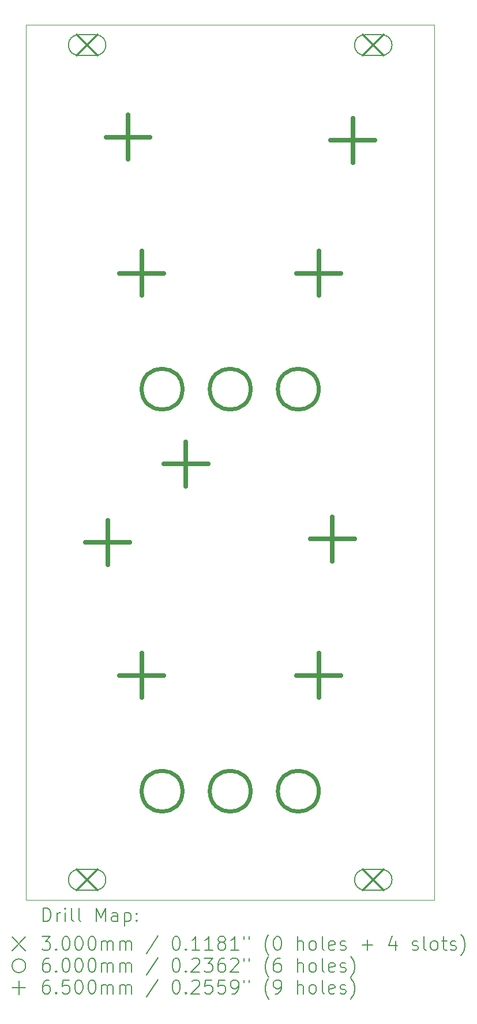
<source format=gbr>
%TF.GenerationSoftware,KiCad,Pcbnew,6.0.11+dfsg-1~bpo11+1*%
%TF.CreationDate,Date%
%TF.ProjectId,MS20-VCF,4d533230-2d56-4434-962e-6b696361645f,rev?*%
%TF.SameCoordinates,Original*%
%TF.FileFunction,Drillmap*%
%TF.FilePolarity,Positive*%
%FSLAX45Y45*%
G04 Gerber Fmt 4.5, Leading zero omitted, Abs format (unit mm)*
G04 Created by KiCad*
%MOMM*%
%LPD*%
G01*
G04 APERTURE LIST*
%ADD10C,0.050000*%
%ADD11C,0.200000*%
%ADD12C,0.300000*%
%ADD13C,0.600000*%
%ADD14C,0.650000*%
G04 APERTURE END LIST*
D10*
X12990000Y-3710000D02*
X12990000Y-16560000D01*
X6990000Y-16560000D02*
X6990000Y-16110000D01*
X6990000Y-3710000D02*
X6990000Y-16110000D01*
X12990000Y-16560000D02*
X6990000Y-16560000D01*
X6990000Y-3710000D02*
X12990000Y-3710000D01*
D11*
D12*
X7740000Y-3860000D02*
X8040000Y-4160000D01*
X8040000Y-3860000D02*
X7740000Y-4160000D01*
D11*
X7765000Y-4160000D02*
X8015000Y-4160000D01*
X7765000Y-3860000D02*
X8015000Y-3860000D01*
X8015000Y-4160000D02*
G75*
G03*
X8015000Y-3860000I0J150000D01*
G01*
X7765000Y-3860000D02*
G75*
G03*
X7765000Y-4160000I0J-150000D01*
G01*
D12*
X7740000Y-16110000D02*
X8040000Y-16410000D01*
X8040000Y-16110000D02*
X7740000Y-16410000D01*
D11*
X7765000Y-16410000D02*
X8015000Y-16410000D01*
X7765000Y-16110000D02*
X8015000Y-16110000D01*
X8015000Y-16410000D02*
G75*
G03*
X8015000Y-16110000I0J150000D01*
G01*
X7765000Y-16110000D02*
G75*
G03*
X7765000Y-16410000I0J-150000D01*
G01*
D12*
X11940000Y-3860000D02*
X12240000Y-4160000D01*
X12240000Y-3860000D02*
X11940000Y-4160000D01*
D11*
X11965000Y-4160000D02*
X12215000Y-4160000D01*
X11965000Y-3860000D02*
X12215000Y-3860000D01*
X12215000Y-4160000D02*
G75*
G03*
X12215000Y-3860000I0J150000D01*
G01*
X11965000Y-3860000D02*
G75*
G03*
X11965000Y-4160000I0J-150000D01*
G01*
D12*
X11940000Y-16110000D02*
X12240000Y-16410000D01*
X12240000Y-16110000D02*
X11940000Y-16410000D01*
D11*
X11965000Y-16410000D02*
X12215000Y-16410000D01*
X11965000Y-16110000D02*
X12215000Y-16110000D01*
X12215000Y-16410000D02*
G75*
G03*
X12215000Y-16110000I0J150000D01*
G01*
X11965000Y-16110000D02*
G75*
G03*
X11965000Y-16410000I0J-150000D01*
G01*
D13*
X9290000Y-9060000D02*
G75*
G03*
X9290000Y-9060000I-300000J0D01*
G01*
X9290000Y-14960000D02*
G75*
G03*
X9290000Y-14960000I-300000J0D01*
G01*
X10290000Y-9060000D02*
G75*
G03*
X10290000Y-9060000I-300000J0D01*
G01*
X10290000Y-14960000D02*
G75*
G03*
X10290000Y-14960000I-300000J0D01*
G01*
X11290000Y-9060000D02*
G75*
G03*
X11290000Y-9060000I-300000J0D01*
G01*
X11290000Y-14960000D02*
G75*
G03*
X11290000Y-14960000I-300000J0D01*
G01*
D14*
X8190000Y-10985000D02*
X8190000Y-11635000D01*
X7865000Y-11310000D02*
X8515000Y-11310000D01*
X8490000Y-5035000D02*
X8490000Y-5685000D01*
X8165000Y-5360000D02*
X8815000Y-5360000D01*
X8690000Y-7035000D02*
X8690000Y-7685000D01*
X8365000Y-7360000D02*
X9015000Y-7360000D01*
X8690000Y-12935000D02*
X8690000Y-13585000D01*
X8365000Y-13260000D02*
X9015000Y-13260000D01*
X9340000Y-9835000D02*
X9340000Y-10485000D01*
X9015000Y-10160000D02*
X9665000Y-10160000D01*
X11290000Y-7035000D02*
X11290000Y-7685000D01*
X10965000Y-7360000D02*
X11615000Y-7360000D01*
X11290000Y-12935000D02*
X11290000Y-13585000D01*
X10965000Y-13260000D02*
X11615000Y-13260000D01*
X11490000Y-10935000D02*
X11490000Y-11585000D01*
X11165000Y-11260000D02*
X11815000Y-11260000D01*
X11790000Y-5085000D02*
X11790000Y-5735000D01*
X11465000Y-5410000D02*
X12115000Y-5410000D01*
D11*
X7245119Y-16872976D02*
X7245119Y-16672976D01*
X7292738Y-16672976D01*
X7321309Y-16682500D01*
X7340357Y-16701548D01*
X7349881Y-16720595D01*
X7359405Y-16758690D01*
X7359405Y-16787262D01*
X7349881Y-16825357D01*
X7340357Y-16844405D01*
X7321309Y-16863452D01*
X7292738Y-16872976D01*
X7245119Y-16872976D01*
X7445119Y-16872976D02*
X7445119Y-16739643D01*
X7445119Y-16777738D02*
X7454643Y-16758690D01*
X7464166Y-16749167D01*
X7483214Y-16739643D01*
X7502262Y-16739643D01*
X7568928Y-16872976D02*
X7568928Y-16739643D01*
X7568928Y-16672976D02*
X7559405Y-16682500D01*
X7568928Y-16692024D01*
X7578452Y-16682500D01*
X7568928Y-16672976D01*
X7568928Y-16692024D01*
X7692738Y-16872976D02*
X7673690Y-16863452D01*
X7664166Y-16844405D01*
X7664166Y-16672976D01*
X7797500Y-16872976D02*
X7778452Y-16863452D01*
X7768928Y-16844405D01*
X7768928Y-16672976D01*
X8026071Y-16872976D02*
X8026071Y-16672976D01*
X8092738Y-16815833D01*
X8159405Y-16672976D01*
X8159405Y-16872976D01*
X8340357Y-16872976D02*
X8340357Y-16768214D01*
X8330833Y-16749167D01*
X8311786Y-16739643D01*
X8273690Y-16739643D01*
X8254643Y-16749167D01*
X8340357Y-16863452D02*
X8321309Y-16872976D01*
X8273690Y-16872976D01*
X8254643Y-16863452D01*
X8245119Y-16844405D01*
X8245119Y-16825357D01*
X8254643Y-16806310D01*
X8273690Y-16796786D01*
X8321309Y-16796786D01*
X8340357Y-16787262D01*
X8435595Y-16739643D02*
X8435595Y-16939643D01*
X8435595Y-16749167D02*
X8454643Y-16739643D01*
X8492738Y-16739643D01*
X8511786Y-16749167D01*
X8521309Y-16758690D01*
X8530833Y-16777738D01*
X8530833Y-16834881D01*
X8521309Y-16853929D01*
X8511786Y-16863452D01*
X8492738Y-16872976D01*
X8454643Y-16872976D01*
X8435595Y-16863452D01*
X8616548Y-16853929D02*
X8626071Y-16863452D01*
X8616548Y-16872976D01*
X8607024Y-16863452D01*
X8616548Y-16853929D01*
X8616548Y-16872976D01*
X8616548Y-16749167D02*
X8626071Y-16758690D01*
X8616548Y-16768214D01*
X8607024Y-16758690D01*
X8616548Y-16749167D01*
X8616548Y-16768214D01*
X6787500Y-17102500D02*
X6987500Y-17302500D01*
X6987500Y-17102500D02*
X6787500Y-17302500D01*
X7226071Y-17092976D02*
X7349881Y-17092976D01*
X7283214Y-17169167D01*
X7311786Y-17169167D01*
X7330833Y-17178690D01*
X7340357Y-17188214D01*
X7349881Y-17207262D01*
X7349881Y-17254881D01*
X7340357Y-17273929D01*
X7330833Y-17283452D01*
X7311786Y-17292976D01*
X7254643Y-17292976D01*
X7235595Y-17283452D01*
X7226071Y-17273929D01*
X7435595Y-17273929D02*
X7445119Y-17283452D01*
X7435595Y-17292976D01*
X7426071Y-17283452D01*
X7435595Y-17273929D01*
X7435595Y-17292976D01*
X7568928Y-17092976D02*
X7587976Y-17092976D01*
X7607024Y-17102500D01*
X7616547Y-17112024D01*
X7626071Y-17131071D01*
X7635595Y-17169167D01*
X7635595Y-17216786D01*
X7626071Y-17254881D01*
X7616547Y-17273929D01*
X7607024Y-17283452D01*
X7587976Y-17292976D01*
X7568928Y-17292976D01*
X7549881Y-17283452D01*
X7540357Y-17273929D01*
X7530833Y-17254881D01*
X7521309Y-17216786D01*
X7521309Y-17169167D01*
X7530833Y-17131071D01*
X7540357Y-17112024D01*
X7549881Y-17102500D01*
X7568928Y-17092976D01*
X7759405Y-17092976D02*
X7778452Y-17092976D01*
X7797500Y-17102500D01*
X7807024Y-17112024D01*
X7816547Y-17131071D01*
X7826071Y-17169167D01*
X7826071Y-17216786D01*
X7816547Y-17254881D01*
X7807024Y-17273929D01*
X7797500Y-17283452D01*
X7778452Y-17292976D01*
X7759405Y-17292976D01*
X7740357Y-17283452D01*
X7730833Y-17273929D01*
X7721309Y-17254881D01*
X7711786Y-17216786D01*
X7711786Y-17169167D01*
X7721309Y-17131071D01*
X7730833Y-17112024D01*
X7740357Y-17102500D01*
X7759405Y-17092976D01*
X7949881Y-17092976D02*
X7968928Y-17092976D01*
X7987976Y-17102500D01*
X7997500Y-17112024D01*
X8007024Y-17131071D01*
X8016547Y-17169167D01*
X8016547Y-17216786D01*
X8007024Y-17254881D01*
X7997500Y-17273929D01*
X7987976Y-17283452D01*
X7968928Y-17292976D01*
X7949881Y-17292976D01*
X7930833Y-17283452D01*
X7921309Y-17273929D01*
X7911786Y-17254881D01*
X7902262Y-17216786D01*
X7902262Y-17169167D01*
X7911786Y-17131071D01*
X7921309Y-17112024D01*
X7930833Y-17102500D01*
X7949881Y-17092976D01*
X8102262Y-17292976D02*
X8102262Y-17159643D01*
X8102262Y-17178690D02*
X8111786Y-17169167D01*
X8130833Y-17159643D01*
X8159405Y-17159643D01*
X8178452Y-17169167D01*
X8187976Y-17188214D01*
X8187976Y-17292976D01*
X8187976Y-17188214D02*
X8197500Y-17169167D01*
X8216547Y-17159643D01*
X8245119Y-17159643D01*
X8264166Y-17169167D01*
X8273690Y-17188214D01*
X8273690Y-17292976D01*
X8368928Y-17292976D02*
X8368928Y-17159643D01*
X8368928Y-17178690D02*
X8378452Y-17169167D01*
X8397500Y-17159643D01*
X8426071Y-17159643D01*
X8445119Y-17169167D01*
X8454643Y-17188214D01*
X8454643Y-17292976D01*
X8454643Y-17188214D02*
X8464167Y-17169167D01*
X8483214Y-17159643D01*
X8511786Y-17159643D01*
X8530833Y-17169167D01*
X8540357Y-17188214D01*
X8540357Y-17292976D01*
X8930833Y-17083452D02*
X8759405Y-17340595D01*
X9187976Y-17092976D02*
X9207024Y-17092976D01*
X9226071Y-17102500D01*
X9235595Y-17112024D01*
X9245119Y-17131071D01*
X9254643Y-17169167D01*
X9254643Y-17216786D01*
X9245119Y-17254881D01*
X9235595Y-17273929D01*
X9226071Y-17283452D01*
X9207024Y-17292976D01*
X9187976Y-17292976D01*
X9168928Y-17283452D01*
X9159405Y-17273929D01*
X9149881Y-17254881D01*
X9140357Y-17216786D01*
X9140357Y-17169167D01*
X9149881Y-17131071D01*
X9159405Y-17112024D01*
X9168928Y-17102500D01*
X9187976Y-17092976D01*
X9340357Y-17273929D02*
X9349881Y-17283452D01*
X9340357Y-17292976D01*
X9330833Y-17283452D01*
X9340357Y-17273929D01*
X9340357Y-17292976D01*
X9540357Y-17292976D02*
X9426071Y-17292976D01*
X9483214Y-17292976D02*
X9483214Y-17092976D01*
X9464167Y-17121548D01*
X9445119Y-17140595D01*
X9426071Y-17150119D01*
X9730833Y-17292976D02*
X9616548Y-17292976D01*
X9673690Y-17292976D02*
X9673690Y-17092976D01*
X9654643Y-17121548D01*
X9635595Y-17140595D01*
X9616548Y-17150119D01*
X9845119Y-17178690D02*
X9826071Y-17169167D01*
X9816548Y-17159643D01*
X9807024Y-17140595D01*
X9807024Y-17131071D01*
X9816548Y-17112024D01*
X9826071Y-17102500D01*
X9845119Y-17092976D01*
X9883214Y-17092976D01*
X9902262Y-17102500D01*
X9911786Y-17112024D01*
X9921309Y-17131071D01*
X9921309Y-17140595D01*
X9911786Y-17159643D01*
X9902262Y-17169167D01*
X9883214Y-17178690D01*
X9845119Y-17178690D01*
X9826071Y-17188214D01*
X9816548Y-17197738D01*
X9807024Y-17216786D01*
X9807024Y-17254881D01*
X9816548Y-17273929D01*
X9826071Y-17283452D01*
X9845119Y-17292976D01*
X9883214Y-17292976D01*
X9902262Y-17283452D01*
X9911786Y-17273929D01*
X9921309Y-17254881D01*
X9921309Y-17216786D01*
X9911786Y-17197738D01*
X9902262Y-17188214D01*
X9883214Y-17178690D01*
X10111786Y-17292976D02*
X9997500Y-17292976D01*
X10054643Y-17292976D02*
X10054643Y-17092976D01*
X10035595Y-17121548D01*
X10016548Y-17140595D01*
X9997500Y-17150119D01*
X10187976Y-17092976D02*
X10187976Y-17131071D01*
X10264167Y-17092976D02*
X10264167Y-17131071D01*
X10559405Y-17369167D02*
X10549881Y-17359643D01*
X10530833Y-17331071D01*
X10521309Y-17312024D01*
X10511786Y-17283452D01*
X10502262Y-17235833D01*
X10502262Y-17197738D01*
X10511786Y-17150119D01*
X10521309Y-17121548D01*
X10530833Y-17102500D01*
X10549881Y-17073929D01*
X10559405Y-17064405D01*
X10673690Y-17092976D02*
X10692738Y-17092976D01*
X10711786Y-17102500D01*
X10721309Y-17112024D01*
X10730833Y-17131071D01*
X10740357Y-17169167D01*
X10740357Y-17216786D01*
X10730833Y-17254881D01*
X10721309Y-17273929D01*
X10711786Y-17283452D01*
X10692738Y-17292976D01*
X10673690Y-17292976D01*
X10654643Y-17283452D01*
X10645119Y-17273929D01*
X10635595Y-17254881D01*
X10626071Y-17216786D01*
X10626071Y-17169167D01*
X10635595Y-17131071D01*
X10645119Y-17112024D01*
X10654643Y-17102500D01*
X10673690Y-17092976D01*
X10978452Y-17292976D02*
X10978452Y-17092976D01*
X11064167Y-17292976D02*
X11064167Y-17188214D01*
X11054643Y-17169167D01*
X11035595Y-17159643D01*
X11007024Y-17159643D01*
X10987976Y-17169167D01*
X10978452Y-17178690D01*
X11187976Y-17292976D02*
X11168928Y-17283452D01*
X11159405Y-17273929D01*
X11149881Y-17254881D01*
X11149881Y-17197738D01*
X11159405Y-17178690D01*
X11168928Y-17169167D01*
X11187976Y-17159643D01*
X11216547Y-17159643D01*
X11235595Y-17169167D01*
X11245119Y-17178690D01*
X11254643Y-17197738D01*
X11254643Y-17254881D01*
X11245119Y-17273929D01*
X11235595Y-17283452D01*
X11216547Y-17292976D01*
X11187976Y-17292976D01*
X11368928Y-17292976D02*
X11349881Y-17283452D01*
X11340357Y-17264405D01*
X11340357Y-17092976D01*
X11521309Y-17283452D02*
X11502262Y-17292976D01*
X11464166Y-17292976D01*
X11445119Y-17283452D01*
X11435595Y-17264405D01*
X11435595Y-17188214D01*
X11445119Y-17169167D01*
X11464166Y-17159643D01*
X11502262Y-17159643D01*
X11521309Y-17169167D01*
X11530833Y-17188214D01*
X11530833Y-17207262D01*
X11435595Y-17226310D01*
X11607024Y-17283452D02*
X11626071Y-17292976D01*
X11664166Y-17292976D01*
X11683214Y-17283452D01*
X11692738Y-17264405D01*
X11692738Y-17254881D01*
X11683214Y-17235833D01*
X11664166Y-17226310D01*
X11635595Y-17226310D01*
X11616547Y-17216786D01*
X11607024Y-17197738D01*
X11607024Y-17188214D01*
X11616547Y-17169167D01*
X11635595Y-17159643D01*
X11664166Y-17159643D01*
X11683214Y-17169167D01*
X11930833Y-17216786D02*
X12083214Y-17216786D01*
X12007024Y-17292976D02*
X12007024Y-17140595D01*
X12416547Y-17159643D02*
X12416547Y-17292976D01*
X12368928Y-17083452D02*
X12321309Y-17226310D01*
X12445119Y-17226310D01*
X12664166Y-17283452D02*
X12683214Y-17292976D01*
X12721309Y-17292976D01*
X12740357Y-17283452D01*
X12749881Y-17264405D01*
X12749881Y-17254881D01*
X12740357Y-17235833D01*
X12721309Y-17226310D01*
X12692738Y-17226310D01*
X12673690Y-17216786D01*
X12664166Y-17197738D01*
X12664166Y-17188214D01*
X12673690Y-17169167D01*
X12692738Y-17159643D01*
X12721309Y-17159643D01*
X12740357Y-17169167D01*
X12864166Y-17292976D02*
X12845119Y-17283452D01*
X12835595Y-17264405D01*
X12835595Y-17092976D01*
X12968928Y-17292976D02*
X12949881Y-17283452D01*
X12940357Y-17273929D01*
X12930833Y-17254881D01*
X12930833Y-17197738D01*
X12940357Y-17178690D01*
X12949881Y-17169167D01*
X12968928Y-17159643D01*
X12997500Y-17159643D01*
X13016547Y-17169167D01*
X13026071Y-17178690D01*
X13035595Y-17197738D01*
X13035595Y-17254881D01*
X13026071Y-17273929D01*
X13016547Y-17283452D01*
X12997500Y-17292976D01*
X12968928Y-17292976D01*
X13092738Y-17159643D02*
X13168928Y-17159643D01*
X13121309Y-17092976D02*
X13121309Y-17264405D01*
X13130833Y-17283452D01*
X13149881Y-17292976D01*
X13168928Y-17292976D01*
X13226071Y-17283452D02*
X13245119Y-17292976D01*
X13283214Y-17292976D01*
X13302262Y-17283452D01*
X13311786Y-17264405D01*
X13311786Y-17254881D01*
X13302262Y-17235833D01*
X13283214Y-17226310D01*
X13254643Y-17226310D01*
X13235595Y-17216786D01*
X13226071Y-17197738D01*
X13226071Y-17188214D01*
X13235595Y-17169167D01*
X13254643Y-17159643D01*
X13283214Y-17159643D01*
X13302262Y-17169167D01*
X13378452Y-17369167D02*
X13387976Y-17359643D01*
X13407024Y-17331071D01*
X13416547Y-17312024D01*
X13426071Y-17283452D01*
X13435595Y-17235833D01*
X13435595Y-17197738D01*
X13426071Y-17150119D01*
X13416547Y-17121548D01*
X13407024Y-17102500D01*
X13387976Y-17073929D01*
X13378452Y-17064405D01*
X6987500Y-17522500D02*
G75*
G03*
X6987500Y-17522500I-100000J0D01*
G01*
X7330833Y-17412976D02*
X7292738Y-17412976D01*
X7273690Y-17422500D01*
X7264166Y-17432024D01*
X7245119Y-17460595D01*
X7235595Y-17498690D01*
X7235595Y-17574881D01*
X7245119Y-17593929D01*
X7254643Y-17603452D01*
X7273690Y-17612976D01*
X7311786Y-17612976D01*
X7330833Y-17603452D01*
X7340357Y-17593929D01*
X7349881Y-17574881D01*
X7349881Y-17527262D01*
X7340357Y-17508214D01*
X7330833Y-17498690D01*
X7311786Y-17489167D01*
X7273690Y-17489167D01*
X7254643Y-17498690D01*
X7245119Y-17508214D01*
X7235595Y-17527262D01*
X7435595Y-17593929D02*
X7445119Y-17603452D01*
X7435595Y-17612976D01*
X7426071Y-17603452D01*
X7435595Y-17593929D01*
X7435595Y-17612976D01*
X7568928Y-17412976D02*
X7587976Y-17412976D01*
X7607024Y-17422500D01*
X7616547Y-17432024D01*
X7626071Y-17451071D01*
X7635595Y-17489167D01*
X7635595Y-17536786D01*
X7626071Y-17574881D01*
X7616547Y-17593929D01*
X7607024Y-17603452D01*
X7587976Y-17612976D01*
X7568928Y-17612976D01*
X7549881Y-17603452D01*
X7540357Y-17593929D01*
X7530833Y-17574881D01*
X7521309Y-17536786D01*
X7521309Y-17489167D01*
X7530833Y-17451071D01*
X7540357Y-17432024D01*
X7549881Y-17422500D01*
X7568928Y-17412976D01*
X7759405Y-17412976D02*
X7778452Y-17412976D01*
X7797500Y-17422500D01*
X7807024Y-17432024D01*
X7816547Y-17451071D01*
X7826071Y-17489167D01*
X7826071Y-17536786D01*
X7816547Y-17574881D01*
X7807024Y-17593929D01*
X7797500Y-17603452D01*
X7778452Y-17612976D01*
X7759405Y-17612976D01*
X7740357Y-17603452D01*
X7730833Y-17593929D01*
X7721309Y-17574881D01*
X7711786Y-17536786D01*
X7711786Y-17489167D01*
X7721309Y-17451071D01*
X7730833Y-17432024D01*
X7740357Y-17422500D01*
X7759405Y-17412976D01*
X7949881Y-17412976D02*
X7968928Y-17412976D01*
X7987976Y-17422500D01*
X7997500Y-17432024D01*
X8007024Y-17451071D01*
X8016547Y-17489167D01*
X8016547Y-17536786D01*
X8007024Y-17574881D01*
X7997500Y-17593929D01*
X7987976Y-17603452D01*
X7968928Y-17612976D01*
X7949881Y-17612976D01*
X7930833Y-17603452D01*
X7921309Y-17593929D01*
X7911786Y-17574881D01*
X7902262Y-17536786D01*
X7902262Y-17489167D01*
X7911786Y-17451071D01*
X7921309Y-17432024D01*
X7930833Y-17422500D01*
X7949881Y-17412976D01*
X8102262Y-17612976D02*
X8102262Y-17479643D01*
X8102262Y-17498690D02*
X8111786Y-17489167D01*
X8130833Y-17479643D01*
X8159405Y-17479643D01*
X8178452Y-17489167D01*
X8187976Y-17508214D01*
X8187976Y-17612976D01*
X8187976Y-17508214D02*
X8197500Y-17489167D01*
X8216547Y-17479643D01*
X8245119Y-17479643D01*
X8264166Y-17489167D01*
X8273690Y-17508214D01*
X8273690Y-17612976D01*
X8368928Y-17612976D02*
X8368928Y-17479643D01*
X8368928Y-17498690D02*
X8378452Y-17489167D01*
X8397500Y-17479643D01*
X8426071Y-17479643D01*
X8445119Y-17489167D01*
X8454643Y-17508214D01*
X8454643Y-17612976D01*
X8454643Y-17508214D02*
X8464167Y-17489167D01*
X8483214Y-17479643D01*
X8511786Y-17479643D01*
X8530833Y-17489167D01*
X8540357Y-17508214D01*
X8540357Y-17612976D01*
X8930833Y-17403452D02*
X8759405Y-17660595D01*
X9187976Y-17412976D02*
X9207024Y-17412976D01*
X9226071Y-17422500D01*
X9235595Y-17432024D01*
X9245119Y-17451071D01*
X9254643Y-17489167D01*
X9254643Y-17536786D01*
X9245119Y-17574881D01*
X9235595Y-17593929D01*
X9226071Y-17603452D01*
X9207024Y-17612976D01*
X9187976Y-17612976D01*
X9168928Y-17603452D01*
X9159405Y-17593929D01*
X9149881Y-17574881D01*
X9140357Y-17536786D01*
X9140357Y-17489167D01*
X9149881Y-17451071D01*
X9159405Y-17432024D01*
X9168928Y-17422500D01*
X9187976Y-17412976D01*
X9340357Y-17593929D02*
X9349881Y-17603452D01*
X9340357Y-17612976D01*
X9330833Y-17603452D01*
X9340357Y-17593929D01*
X9340357Y-17612976D01*
X9426071Y-17432024D02*
X9435595Y-17422500D01*
X9454643Y-17412976D01*
X9502262Y-17412976D01*
X9521309Y-17422500D01*
X9530833Y-17432024D01*
X9540357Y-17451071D01*
X9540357Y-17470119D01*
X9530833Y-17498690D01*
X9416548Y-17612976D01*
X9540357Y-17612976D01*
X9607024Y-17412976D02*
X9730833Y-17412976D01*
X9664167Y-17489167D01*
X9692738Y-17489167D01*
X9711786Y-17498690D01*
X9721309Y-17508214D01*
X9730833Y-17527262D01*
X9730833Y-17574881D01*
X9721309Y-17593929D01*
X9711786Y-17603452D01*
X9692738Y-17612976D01*
X9635595Y-17612976D01*
X9616548Y-17603452D01*
X9607024Y-17593929D01*
X9902262Y-17412976D02*
X9864167Y-17412976D01*
X9845119Y-17422500D01*
X9835595Y-17432024D01*
X9816548Y-17460595D01*
X9807024Y-17498690D01*
X9807024Y-17574881D01*
X9816548Y-17593929D01*
X9826071Y-17603452D01*
X9845119Y-17612976D01*
X9883214Y-17612976D01*
X9902262Y-17603452D01*
X9911786Y-17593929D01*
X9921309Y-17574881D01*
X9921309Y-17527262D01*
X9911786Y-17508214D01*
X9902262Y-17498690D01*
X9883214Y-17489167D01*
X9845119Y-17489167D01*
X9826071Y-17498690D01*
X9816548Y-17508214D01*
X9807024Y-17527262D01*
X9997500Y-17432024D02*
X10007024Y-17422500D01*
X10026071Y-17412976D01*
X10073690Y-17412976D01*
X10092738Y-17422500D01*
X10102262Y-17432024D01*
X10111786Y-17451071D01*
X10111786Y-17470119D01*
X10102262Y-17498690D01*
X9987976Y-17612976D01*
X10111786Y-17612976D01*
X10187976Y-17412976D02*
X10187976Y-17451071D01*
X10264167Y-17412976D02*
X10264167Y-17451071D01*
X10559405Y-17689167D02*
X10549881Y-17679643D01*
X10530833Y-17651071D01*
X10521309Y-17632024D01*
X10511786Y-17603452D01*
X10502262Y-17555833D01*
X10502262Y-17517738D01*
X10511786Y-17470119D01*
X10521309Y-17441548D01*
X10530833Y-17422500D01*
X10549881Y-17393929D01*
X10559405Y-17384405D01*
X10721309Y-17412976D02*
X10683214Y-17412976D01*
X10664167Y-17422500D01*
X10654643Y-17432024D01*
X10635595Y-17460595D01*
X10626071Y-17498690D01*
X10626071Y-17574881D01*
X10635595Y-17593929D01*
X10645119Y-17603452D01*
X10664167Y-17612976D01*
X10702262Y-17612976D01*
X10721309Y-17603452D01*
X10730833Y-17593929D01*
X10740357Y-17574881D01*
X10740357Y-17527262D01*
X10730833Y-17508214D01*
X10721309Y-17498690D01*
X10702262Y-17489167D01*
X10664167Y-17489167D01*
X10645119Y-17498690D01*
X10635595Y-17508214D01*
X10626071Y-17527262D01*
X10978452Y-17612976D02*
X10978452Y-17412976D01*
X11064167Y-17612976D02*
X11064167Y-17508214D01*
X11054643Y-17489167D01*
X11035595Y-17479643D01*
X11007024Y-17479643D01*
X10987976Y-17489167D01*
X10978452Y-17498690D01*
X11187976Y-17612976D02*
X11168928Y-17603452D01*
X11159405Y-17593929D01*
X11149881Y-17574881D01*
X11149881Y-17517738D01*
X11159405Y-17498690D01*
X11168928Y-17489167D01*
X11187976Y-17479643D01*
X11216547Y-17479643D01*
X11235595Y-17489167D01*
X11245119Y-17498690D01*
X11254643Y-17517738D01*
X11254643Y-17574881D01*
X11245119Y-17593929D01*
X11235595Y-17603452D01*
X11216547Y-17612976D01*
X11187976Y-17612976D01*
X11368928Y-17612976D02*
X11349881Y-17603452D01*
X11340357Y-17584405D01*
X11340357Y-17412976D01*
X11521309Y-17603452D02*
X11502262Y-17612976D01*
X11464166Y-17612976D01*
X11445119Y-17603452D01*
X11435595Y-17584405D01*
X11435595Y-17508214D01*
X11445119Y-17489167D01*
X11464166Y-17479643D01*
X11502262Y-17479643D01*
X11521309Y-17489167D01*
X11530833Y-17508214D01*
X11530833Y-17527262D01*
X11435595Y-17546310D01*
X11607024Y-17603452D02*
X11626071Y-17612976D01*
X11664166Y-17612976D01*
X11683214Y-17603452D01*
X11692738Y-17584405D01*
X11692738Y-17574881D01*
X11683214Y-17555833D01*
X11664166Y-17546310D01*
X11635595Y-17546310D01*
X11616547Y-17536786D01*
X11607024Y-17517738D01*
X11607024Y-17508214D01*
X11616547Y-17489167D01*
X11635595Y-17479643D01*
X11664166Y-17479643D01*
X11683214Y-17489167D01*
X11759405Y-17689167D02*
X11768928Y-17679643D01*
X11787976Y-17651071D01*
X11797500Y-17632024D01*
X11807024Y-17603452D01*
X11816547Y-17555833D01*
X11816547Y-17517738D01*
X11807024Y-17470119D01*
X11797500Y-17441548D01*
X11787976Y-17422500D01*
X11768928Y-17393929D01*
X11759405Y-17384405D01*
X6887500Y-17742500D02*
X6887500Y-17942500D01*
X6787500Y-17842500D02*
X6987500Y-17842500D01*
X7330833Y-17732976D02*
X7292738Y-17732976D01*
X7273690Y-17742500D01*
X7264166Y-17752024D01*
X7245119Y-17780595D01*
X7235595Y-17818690D01*
X7235595Y-17894881D01*
X7245119Y-17913929D01*
X7254643Y-17923452D01*
X7273690Y-17932976D01*
X7311786Y-17932976D01*
X7330833Y-17923452D01*
X7340357Y-17913929D01*
X7349881Y-17894881D01*
X7349881Y-17847262D01*
X7340357Y-17828214D01*
X7330833Y-17818690D01*
X7311786Y-17809167D01*
X7273690Y-17809167D01*
X7254643Y-17818690D01*
X7245119Y-17828214D01*
X7235595Y-17847262D01*
X7435595Y-17913929D02*
X7445119Y-17923452D01*
X7435595Y-17932976D01*
X7426071Y-17923452D01*
X7435595Y-17913929D01*
X7435595Y-17932976D01*
X7626071Y-17732976D02*
X7530833Y-17732976D01*
X7521309Y-17828214D01*
X7530833Y-17818690D01*
X7549881Y-17809167D01*
X7597500Y-17809167D01*
X7616547Y-17818690D01*
X7626071Y-17828214D01*
X7635595Y-17847262D01*
X7635595Y-17894881D01*
X7626071Y-17913929D01*
X7616547Y-17923452D01*
X7597500Y-17932976D01*
X7549881Y-17932976D01*
X7530833Y-17923452D01*
X7521309Y-17913929D01*
X7759405Y-17732976D02*
X7778452Y-17732976D01*
X7797500Y-17742500D01*
X7807024Y-17752024D01*
X7816547Y-17771071D01*
X7826071Y-17809167D01*
X7826071Y-17856786D01*
X7816547Y-17894881D01*
X7807024Y-17913929D01*
X7797500Y-17923452D01*
X7778452Y-17932976D01*
X7759405Y-17932976D01*
X7740357Y-17923452D01*
X7730833Y-17913929D01*
X7721309Y-17894881D01*
X7711786Y-17856786D01*
X7711786Y-17809167D01*
X7721309Y-17771071D01*
X7730833Y-17752024D01*
X7740357Y-17742500D01*
X7759405Y-17732976D01*
X7949881Y-17732976D02*
X7968928Y-17732976D01*
X7987976Y-17742500D01*
X7997500Y-17752024D01*
X8007024Y-17771071D01*
X8016547Y-17809167D01*
X8016547Y-17856786D01*
X8007024Y-17894881D01*
X7997500Y-17913929D01*
X7987976Y-17923452D01*
X7968928Y-17932976D01*
X7949881Y-17932976D01*
X7930833Y-17923452D01*
X7921309Y-17913929D01*
X7911786Y-17894881D01*
X7902262Y-17856786D01*
X7902262Y-17809167D01*
X7911786Y-17771071D01*
X7921309Y-17752024D01*
X7930833Y-17742500D01*
X7949881Y-17732976D01*
X8102262Y-17932976D02*
X8102262Y-17799643D01*
X8102262Y-17818690D02*
X8111786Y-17809167D01*
X8130833Y-17799643D01*
X8159405Y-17799643D01*
X8178452Y-17809167D01*
X8187976Y-17828214D01*
X8187976Y-17932976D01*
X8187976Y-17828214D02*
X8197500Y-17809167D01*
X8216547Y-17799643D01*
X8245119Y-17799643D01*
X8264166Y-17809167D01*
X8273690Y-17828214D01*
X8273690Y-17932976D01*
X8368928Y-17932976D02*
X8368928Y-17799643D01*
X8368928Y-17818690D02*
X8378452Y-17809167D01*
X8397500Y-17799643D01*
X8426071Y-17799643D01*
X8445119Y-17809167D01*
X8454643Y-17828214D01*
X8454643Y-17932976D01*
X8454643Y-17828214D02*
X8464167Y-17809167D01*
X8483214Y-17799643D01*
X8511786Y-17799643D01*
X8530833Y-17809167D01*
X8540357Y-17828214D01*
X8540357Y-17932976D01*
X8930833Y-17723452D02*
X8759405Y-17980595D01*
X9187976Y-17732976D02*
X9207024Y-17732976D01*
X9226071Y-17742500D01*
X9235595Y-17752024D01*
X9245119Y-17771071D01*
X9254643Y-17809167D01*
X9254643Y-17856786D01*
X9245119Y-17894881D01*
X9235595Y-17913929D01*
X9226071Y-17923452D01*
X9207024Y-17932976D01*
X9187976Y-17932976D01*
X9168928Y-17923452D01*
X9159405Y-17913929D01*
X9149881Y-17894881D01*
X9140357Y-17856786D01*
X9140357Y-17809167D01*
X9149881Y-17771071D01*
X9159405Y-17752024D01*
X9168928Y-17742500D01*
X9187976Y-17732976D01*
X9340357Y-17913929D02*
X9349881Y-17923452D01*
X9340357Y-17932976D01*
X9330833Y-17923452D01*
X9340357Y-17913929D01*
X9340357Y-17932976D01*
X9426071Y-17752024D02*
X9435595Y-17742500D01*
X9454643Y-17732976D01*
X9502262Y-17732976D01*
X9521309Y-17742500D01*
X9530833Y-17752024D01*
X9540357Y-17771071D01*
X9540357Y-17790119D01*
X9530833Y-17818690D01*
X9416548Y-17932976D01*
X9540357Y-17932976D01*
X9721309Y-17732976D02*
X9626071Y-17732976D01*
X9616548Y-17828214D01*
X9626071Y-17818690D01*
X9645119Y-17809167D01*
X9692738Y-17809167D01*
X9711786Y-17818690D01*
X9721309Y-17828214D01*
X9730833Y-17847262D01*
X9730833Y-17894881D01*
X9721309Y-17913929D01*
X9711786Y-17923452D01*
X9692738Y-17932976D01*
X9645119Y-17932976D01*
X9626071Y-17923452D01*
X9616548Y-17913929D01*
X9911786Y-17732976D02*
X9816548Y-17732976D01*
X9807024Y-17828214D01*
X9816548Y-17818690D01*
X9835595Y-17809167D01*
X9883214Y-17809167D01*
X9902262Y-17818690D01*
X9911786Y-17828214D01*
X9921309Y-17847262D01*
X9921309Y-17894881D01*
X9911786Y-17913929D01*
X9902262Y-17923452D01*
X9883214Y-17932976D01*
X9835595Y-17932976D01*
X9816548Y-17923452D01*
X9807024Y-17913929D01*
X10016548Y-17932976D02*
X10054643Y-17932976D01*
X10073690Y-17923452D01*
X10083214Y-17913929D01*
X10102262Y-17885357D01*
X10111786Y-17847262D01*
X10111786Y-17771071D01*
X10102262Y-17752024D01*
X10092738Y-17742500D01*
X10073690Y-17732976D01*
X10035595Y-17732976D01*
X10016548Y-17742500D01*
X10007024Y-17752024D01*
X9997500Y-17771071D01*
X9997500Y-17818690D01*
X10007024Y-17837738D01*
X10016548Y-17847262D01*
X10035595Y-17856786D01*
X10073690Y-17856786D01*
X10092738Y-17847262D01*
X10102262Y-17837738D01*
X10111786Y-17818690D01*
X10187976Y-17732976D02*
X10187976Y-17771071D01*
X10264167Y-17732976D02*
X10264167Y-17771071D01*
X10559405Y-18009167D02*
X10549881Y-17999643D01*
X10530833Y-17971071D01*
X10521309Y-17952024D01*
X10511786Y-17923452D01*
X10502262Y-17875833D01*
X10502262Y-17837738D01*
X10511786Y-17790119D01*
X10521309Y-17761548D01*
X10530833Y-17742500D01*
X10549881Y-17713929D01*
X10559405Y-17704405D01*
X10645119Y-17932976D02*
X10683214Y-17932976D01*
X10702262Y-17923452D01*
X10711786Y-17913929D01*
X10730833Y-17885357D01*
X10740357Y-17847262D01*
X10740357Y-17771071D01*
X10730833Y-17752024D01*
X10721309Y-17742500D01*
X10702262Y-17732976D01*
X10664167Y-17732976D01*
X10645119Y-17742500D01*
X10635595Y-17752024D01*
X10626071Y-17771071D01*
X10626071Y-17818690D01*
X10635595Y-17837738D01*
X10645119Y-17847262D01*
X10664167Y-17856786D01*
X10702262Y-17856786D01*
X10721309Y-17847262D01*
X10730833Y-17837738D01*
X10740357Y-17818690D01*
X10978452Y-17932976D02*
X10978452Y-17732976D01*
X11064167Y-17932976D02*
X11064167Y-17828214D01*
X11054643Y-17809167D01*
X11035595Y-17799643D01*
X11007024Y-17799643D01*
X10987976Y-17809167D01*
X10978452Y-17818690D01*
X11187976Y-17932976D02*
X11168928Y-17923452D01*
X11159405Y-17913929D01*
X11149881Y-17894881D01*
X11149881Y-17837738D01*
X11159405Y-17818690D01*
X11168928Y-17809167D01*
X11187976Y-17799643D01*
X11216547Y-17799643D01*
X11235595Y-17809167D01*
X11245119Y-17818690D01*
X11254643Y-17837738D01*
X11254643Y-17894881D01*
X11245119Y-17913929D01*
X11235595Y-17923452D01*
X11216547Y-17932976D01*
X11187976Y-17932976D01*
X11368928Y-17932976D02*
X11349881Y-17923452D01*
X11340357Y-17904405D01*
X11340357Y-17732976D01*
X11521309Y-17923452D02*
X11502262Y-17932976D01*
X11464166Y-17932976D01*
X11445119Y-17923452D01*
X11435595Y-17904405D01*
X11435595Y-17828214D01*
X11445119Y-17809167D01*
X11464166Y-17799643D01*
X11502262Y-17799643D01*
X11521309Y-17809167D01*
X11530833Y-17828214D01*
X11530833Y-17847262D01*
X11435595Y-17866310D01*
X11607024Y-17923452D02*
X11626071Y-17932976D01*
X11664166Y-17932976D01*
X11683214Y-17923452D01*
X11692738Y-17904405D01*
X11692738Y-17894881D01*
X11683214Y-17875833D01*
X11664166Y-17866310D01*
X11635595Y-17866310D01*
X11616547Y-17856786D01*
X11607024Y-17837738D01*
X11607024Y-17828214D01*
X11616547Y-17809167D01*
X11635595Y-17799643D01*
X11664166Y-17799643D01*
X11683214Y-17809167D01*
X11759405Y-18009167D02*
X11768928Y-17999643D01*
X11787976Y-17971071D01*
X11797500Y-17952024D01*
X11807024Y-17923452D01*
X11816547Y-17875833D01*
X11816547Y-17837738D01*
X11807024Y-17790119D01*
X11797500Y-17761548D01*
X11787976Y-17742500D01*
X11768928Y-17713929D01*
X11759405Y-17704405D01*
M02*

</source>
